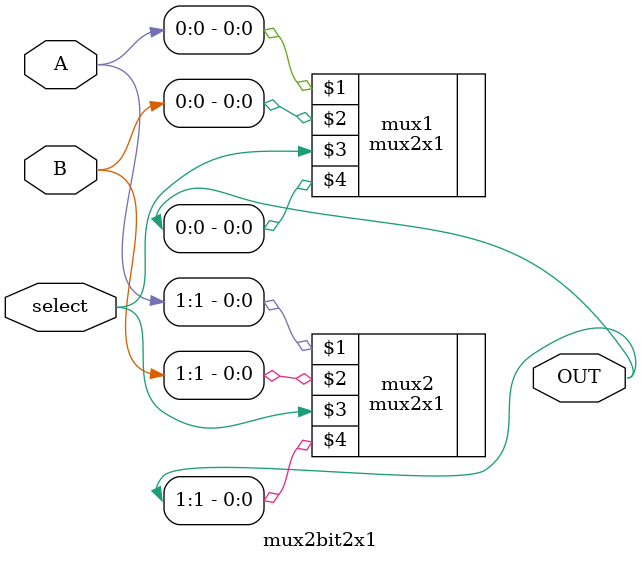
<source format=v>
module mux2bit2x1(A,B,select,OUT);
	input [1:0] A,B;
    input select;
	output [1:0] OUT;
	//cascade 2 2x1 muxs
    mux2x1 mux1(A[0], B[0], select, OUT[0]),
           mux2(A[1], B[1], select, OUT[1]);
endmodule
</source>
